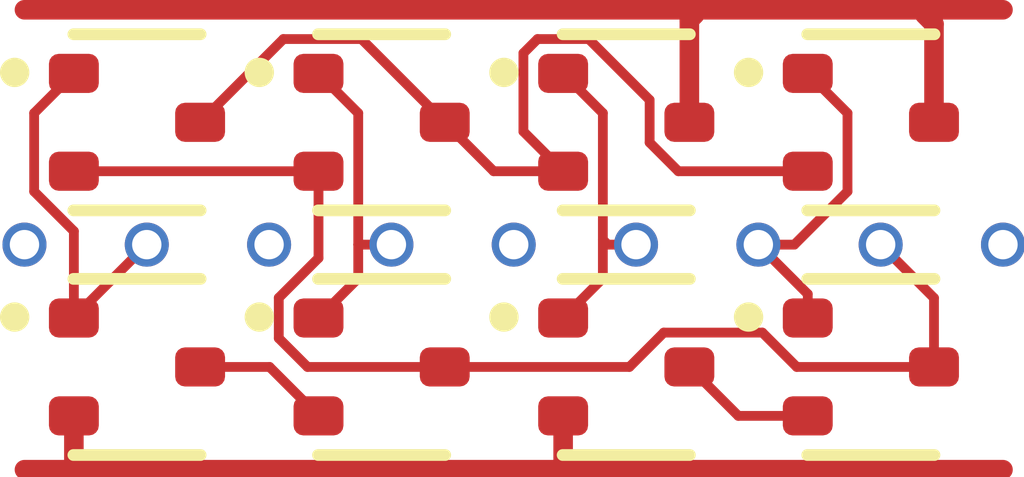
<source format=kicad_pcb>
(kicad_pcb (version 20241229) (generator "pcbnew") (generator_version "9.0")
  (layers (0 "F.Cu" signal) (2 "B.Cu" signal) (13 "F.Paste" user) (15 "B.Paste" user) (5 "F.SilkS" user "F.Silkscreen") (7 "B.SilkS" user "B.Silkscreen") (1 "F.Mask" user) (3 "B.Mask" user) (25 "Edge.Cuts" user))
  (net 0 "")
  (net 1 "Net-(N1-D)")
  (net 2 "GND")
  (net 3 "A")
  (net 4 "B")
  (net 5 "Y")
  (net 6 "C")
  (net 7 "Net-(N3-D)")
  (net 8 "D")
  (net 9 "Net-(P1-D)")
  (net 10 "VDD")
  (footprint "Package_TO_SOT_SMD:SOT-523" (layer "F.Cu") (at 1.15 1.1)
    (property "Reference" "P1" (hide yes))
    (property "Value" "Q_PJFET_GSD" (hide yes))
    (fp_line (start 0.65 -0.9) (end -0.65 -0.9) (stroke (width 0.12)) (layer "F.SilkS"))
    (fp_line (start 0.65 0.9) (end -0.65 0.9) (stroke (width 0.12)) (layer "F.SilkS"))
    (fp_circle (center -1.25 -0.51) (end -1.1 -0.51) (fill yes) (layer "F.SilkS"))
    (pad "1" smd roundrect (at -0.645 -0.5 180) (size 0.51 0.4) (layers "F.Cu" "F.Mask" "F.Paste") (net 3 "A"))
    (pad "2" smd roundrect (at -0.645 0.5 180) (size 0.51 0.4) (layers "F.Cu" "F.Mask" "F.Paste") (net 5 "Y"))
    (pad "3" smd roundrect (at 0.645 0 180) (size 0.51 0.4) (layers "F.Cu" "F.Mask" "F.Paste") (net 9 "Net-(P1-D)"))
  )
  (footprint "Package_TO_SOT_SMD:SOT-523" (layer "F.Cu") (at 3.65 3.6)
    (property "Reference" "N2" (hide yes))
    (property "Value" "Q_NJFET_GSD" (hide yes))
    (fp_line (start 0.65 -0.9) (end -0.65 -0.9) (stroke (width 0.12)) (layer "F.SilkS"))
    (fp_line (start 0.65 0.9) (end -0.65 0.9) (stroke (width 0.12)) (layer "F.SilkS"))
    (fp_circle (center -1.25 -0.51) (end -1.1 -0.51) (fill yes) (layer "F.SilkS"))
    (pad "1" smd roundrect (at -0.645 -0.5 180) (size 0.51 0.4) (layers "F.Cu" "F.Mask" "F.Paste") (net 4 "B"))
    (pad "2" smd roundrect (at -0.645 0.5 180) (size 0.51 0.4) (layers "F.Cu" "F.Mask" "F.Paste") (net 1 "Net-(N1-D)"))
    (pad "3" smd roundrect (at 0.645 0 180) (size 0.51 0.4) (layers "F.Cu" "F.Mask" "F.Paste") (net 5 "Y"))
  )
  (footprint "Package_TO_SOT_SMD:SOT-523" (layer "F.Cu") (at 8.65 3.6)
    (property "Reference" "N4" (hide yes))
    (property "Value" "Q_NJFET_GSD" (hide yes))
    (fp_line (start 0.65 -0.9) (end -0.65 -0.9) (stroke (width 0.12)) (layer "F.SilkS"))
    (fp_line (start 0.65 0.9) (end -0.65 0.9) (stroke (width 0.12)) (layer "F.SilkS"))
    (fp_circle (center -1.25 -0.51) (end -1.1 -0.51) (fill yes) (layer "F.SilkS"))
    (pad "1" smd roundrect (at -0.645 -0.5 180) (size 0.51 0.4) (layers "F.Cu" "F.Mask" "F.Paste") (net 8 "D"))
    (pad "2" smd roundrect (at -0.645 0.5 180) (size 0.51 0.4) (layers "F.Cu" "F.Mask" "F.Paste") (net 7 "Net-(N3-D)"))
    (pad "3" smd roundrect (at 0.645 0 180) (size 0.51 0.4) (layers "F.Cu" "F.Mask" "F.Paste") (net 5 "Y"))
  )
  (footprint "Package_TO_SOT_SMD:SOT-523" (layer "F.Cu") (at 6.15 1.1)
    (property "Reference" "P3" (hide yes))
    (property "Value" "Q_PJFET_GSD" (hide yes))
    (fp_line (start 0.65 -0.9) (end -0.65 -0.9) (stroke (width 0.12)) (layer "F.SilkS"))
    (fp_line (start 0.65 0.9) (end -0.65 0.9) (stroke (width 0.12)) (layer "F.SilkS"))
    (fp_circle (center -1.25 -0.51) (end -1.1 -0.51) (fill yes) (layer "F.SilkS"))
    (pad "1" smd roundrect (at -0.645 -0.5 180) (size 0.51 0.4) (layers "F.Cu" "F.Mask" "F.Paste") (net 6 "C"))
    (pad "2" smd roundrect (at -0.645 0.5 180) (size 0.51 0.4) (layers "F.Cu" "F.Mask" "F.Paste") (net 9 "Net-(P1-D)"))
    (pad "3" smd roundrect (at 0.645 0 180) (size 0.51 0.4) (layers "F.Cu" "F.Mask" "F.Paste") (net 10 "VDD"))
  )
  (footprint "Package_TO_SOT_SMD:SOT-523" (layer "F.Cu") (at 3.65 1.1)
    (property "Reference" "P2" (hide yes))
    (property "Value" "Q_PJFET_GSD" (hide yes))
    (fp_line (start 0.65 -0.9) (end -0.65 -0.9) (stroke (width 0.12)) (layer "F.SilkS"))
    (fp_line (start 0.65 0.9) (end -0.65 0.9) (stroke (width 0.12)) (layer "F.SilkS"))
    (fp_circle (center -1.25 -0.51) (end -1.1 -0.51) (fill yes) (layer "F.SilkS"))
    (pad "1" smd roundrect (at -0.645 -0.5 180) (size 0.51 0.4) (layers "F.Cu" "F.Mask" "F.Paste") (net 4 "B"))
    (pad "2" smd roundrect (at -0.645 0.5 180) (size 0.51 0.4) (layers "F.Cu" "F.Mask" "F.Paste") (net 5 "Y"))
    (pad "3" smd roundrect (at 0.645 0 180) (size 0.51 0.4) (layers "F.Cu" "F.Mask" "F.Paste") (net 9 "Net-(P1-D)"))
  )
  (footprint "Package_TO_SOT_SMD:SOT-523" (layer "F.Cu") (at 8.65 1.1)
    (property "Reference" "P4" (hide yes))
    (property "Value" "Q_PJFET_GSD" (hide yes))
    (fp_line (start 0.65 -0.9) (end -0.65 -0.9) (stroke (width 0.12)) (layer "F.SilkS"))
    (fp_line (start 0.65 0.9) (end -0.65 0.9) (stroke (width 0.12)) (layer "F.SilkS"))
    (fp_circle (center -1.25 -0.51) (end -1.1 -0.51) (fill yes) (layer "F.SilkS"))
    (pad "1" smd roundrect (at -0.645 -0.5 180) (size 0.51 0.4) (layers "F.Cu" "F.Mask" "F.Paste") (net 8 "D"))
    (pad "2" smd roundrect (at -0.645 0.5 180) (size 0.51 0.4) (layers "F.Cu" "F.Mask" "F.Paste") (net 9 "Net-(P1-D)"))
    (pad "3" smd roundrect (at 0.645 0 180) (size 0.51 0.4) (layers "F.Cu" "F.Mask" "F.Paste") (net 10 "VDD"))
  )
  (footprint "Package_TO_SOT_SMD:SOT-523" (layer "F.Cu") (at 1.15 3.6)
    (property "Reference" "N1" (hide yes))
    (property "Value" "Q_NJFET_GSD" (hide yes))
    (fp_line (start 0.65 -0.9) (end -0.65 -0.9) (stroke (width 0.12)) (layer "F.SilkS"))
    (fp_line (start 0.65 0.9) (end -0.65 0.9) (stroke (width 0.12)) (layer "F.SilkS"))
    (fp_circle (center -1.25 -0.51) (end -1.1 -0.51) (fill yes) (layer "F.SilkS"))
    (pad "1" smd roundrect (at -0.645 -0.5 180) (size 0.51 0.4) (layers "F.Cu" "F.Mask" "F.Paste") (net 3 "A"))
    (pad "2" smd roundrect (at -0.645 0.5 180) (size 0.51 0.4) (layers "F.Cu" "F.Mask" "F.Paste") (net 2 "GND"))
    (pad "3" smd roundrect (at 0.645 0 180) (size 0.51 0.4) (layers "F.Cu" "F.Mask" "F.Paste") (net 1 "Net-(N1-D)"))
  )
  (footprint "Package_TO_SOT_SMD:SOT-523" (layer "F.Cu") (at 6.15 3.6)
    (property "Reference" "N3" (hide yes))
    (property "Value" "Q_NJFET_GSD" (hide yes))
    (fp_line (start 0.65 -0.9) (end -0.65 -0.9) (stroke (width 0.12)) (layer "F.SilkS"))
    (fp_line (start 0.65 0.9) (end -0.65 0.9) (stroke (width 0.12)) (layer "F.SilkS"))
    (fp_circle (center -1.25 -0.51) (end -1.1 -0.51) (fill yes) (layer "F.SilkS"))
    (pad "1" smd roundrect (at -0.645 -0.5 180) (size 0.51 0.4) (layers "F.Cu" "F.Mask" "F.Paste") (net 6 "C"))
    (pad "2" smd roundrect (at -0.645 0.5 180) (size 0.51 0.4) (layers "F.Cu" "F.Mask" "F.Paste") (net 2 "GND"))
    (pad "3" smd roundrect (at 0.645 0 180) (size 0.51 0.4) (layers "F.Cu" "F.Mask" "F.Paste") (net 7 "Net-(N3-D)"))
  )
  (via (at 10 2.35) (size 0.45) (drill 0.3) (layers "F.Cu" "B.Cu") (net 0))
  (via (at 5 2.35) (size 0.45) (drill 0.3) (layers "F.Cu" "B.Cu") (net 0))
  (via (at 0 2.35) (size 0.45) (drill 0.3) (layers "F.Cu" "B.Cu") (net 0))
  (via (at 2.5 2.35) (size 0.45) (drill 0.3) (layers "F.Cu" "B.Cu") (net 0))
  (segment (start 2.505 3.6) (end 3.005 4.1) (width 0.1) (layer "F.Cu") (net 1))
  (segment (start 1.795 3.6) (end 2.505 3.6) (width 0.1) (layer "F.Cu") (net 1))
  (segment (start 5.505 4.1) (end 5.505 4.645) (width 0.2) (layer "F.Cu") (net 2))
  (segment (start 5.5 4.65) (end 10 4.65) (width 0.2) (layer "F.Cu") (net 2))
  (segment (start 0.5 4.65) (end 5.5 4.65) (width 0.2) (layer "F.Cu") (net 2))
  (segment (start 0 4.65) (end 0.5 4.65) (width 0.2) (layer "F.Cu") (net 2))
  (segment (start 5.505 4.645) (end 5.5 4.65) (width 0.2) (layer "F.Cu") (net 2))
  (segment (start 0.505 4.1) (end 0.505 4.645) (width 0.2) (layer "F.Cu") (net 2))
  (segment (start 0.505 4.645) (end 0.5 4.65) (width 0.2) (layer "F.Cu") (net 2))
  (segment (start 0.099 1.806738) (end 0.505 2.212738) (width 0.1) (layer "F.Cu") (net 3))
  (segment (start 0.505 3.1) (end 0.505 3.095) (width 0.1) (layer "F.Cu") (net 3))
  (segment (start 0.099 1.006) (end 0.099 1.806738) (width 0.1) (layer "F.Cu") (net 3))
  (segment (start 0.505 3.095) (end 1.25 2.35) (width 0.1) (layer "F.Cu") (net 3))
  (segment (start 0.505 2.212738) (end 0.505 3.1) (width 0.1) (layer "F.Cu") (net 3))
  (segment (start 0.505 0.6) (end 0.099 1.006) (width 0.1) (layer "F.Cu") (net 3))
  (via (at 1.25 2.35) (size 0.45) (drill 0.3) (layers "F.Cu" "B.Cu") (net 3))
  (segment (start 3.75 2.35) (end 3.411 2.35) (width 0.1) (layer "F.Cu") (net 4))
  (segment (start 3.411 2.694) (end 3.005 3.1) (width 0.1) (layer "F.Cu") (net 4))
  (segment (start 3.005 0.6) (end 3.411 1.006) (width 0.1) (layer "F.Cu") (net 4))
  (segment (start 3.411 1.006) (end 3.411 2.35) (width 0.1) (layer "F.Cu") (net 4))
  (segment (start 3.411 2.35) (end 3.411 2.694) (width 0.1) (layer "F.Cu") (net 4))
  (via (at 3.75 2.35) (size 0.45) (drill 0.3) (layers "F.Cu" "B.Cu") (net 4))
  (segment (start 9.295 3.6) (end 9.295 2.895) (width 0.1) (layer "F.Cu") (net 5))
  (segment (start 2.599 2.893262) (end 2.599 3.306738) (width 0.1) (layer "F.Cu") (net 5))
  (segment (start 9.295 2.895) (end 8.75 2.35) (width 0.1) (layer "F.Cu") (net 5))
  (segment (start 7.541262 3.249) (end 7.892262 3.6) (width 0.1) (layer "F.Cu") (net 5))
  (segment (start 0.505 1.6) (end 3.005 1.6) (width 0.1) (layer "F.Cu") (net 5))
  (segment (start 6.533262 3.249) (end 7.541262 3.249) (width 0.1) (layer "F.Cu") (net 5))
  (segment (start 6.182262 3.6) (end 6.533262 3.249) (width 0.1) (layer "F.Cu") (net 5))
  (segment (start 4.295 3.6) (end 6.182262 3.6) (width 0.1) (layer "F.Cu") (net 5))
  (segment (start 3.005 1.6) (end 3.005 2.487262) (width 0.1) (layer "F.Cu") (net 5))
  (segment (start 2.892262 3.6) (end 4.295 3.6) (width 0.1) (layer "F.Cu") (net 5))
  (segment (start 7.892262 3.6) (end 9.295 3.6) (width 0.1) (layer "F.Cu") (net 5))
  (segment (start 2.599 3.306738) (end 2.892262 3.6) (width 0.1) (layer "F.Cu") (net 5))
  (segment (start 3.005 2.487262) (end 2.599 2.893262) (width 0.1) (layer "F.Cu") (net 5))
  (via (at 8.75 2.35) (size 0.45) (drill 0.3) (layers "F.Cu" "B.Cu") (net 5))
  (segment (start 5.961 2.35) (end 6.25 2.35) (width 0.1) (layer "F.Cu") (net 6))
  (segment (start 5.505 0.6) (end 5.911 1.006) (width 0.1) (layer "F.Cu") (net 6))
  (segment (start 5.911 2.694) (end 5.505 3.1) (width 0.1) (layer "F.Cu") (net 6))
  (segment (start 5.911 2.3) (end 5.911 2.694) (width 0.1) (layer "F.Cu") (net 6))
  (segment (start 5.911 1.006) (end 5.911 2.3) (width 0.1) (layer "F.Cu") (net 6))
  (segment (start 5.911 2.3) (end 5.961 2.35) (width 0.1) (layer "F.Cu") (net 6))
  (via (at 6.25 2.35) (size 0.45) (drill 0.3) (layers "F.Cu" "B.Cu") (net 6))
  (segment (start 7.295 4.1) (end 6.795 3.6) (width 0.1) (layer "F.Cu") (net 7))
  (segment (start 8.005 4.1) (end 7.295 4.1) (width 0.1) (layer "F.Cu") (net 7))
  (segment (start 8.005 0.6) (end 8.411 1.006) (width 0.1) (layer "F.Cu") (net 8))
  (segment (start 8.411 1.806738) (end 7.867738 2.35) (width 0.1) (layer "F.Cu") (net 8))
  (segment (start 7.867738 2.35) (end 7.5 2.35) (width 0.1) (layer "F.Cu") (net 8))
  (segment (start 8.411 1.006) (end 8.411 1.806738) (width 0.1) (layer "F.Cu") (net 8))
  (segment (start 8.005 2.855) (end 7.5 2.35) (width 0.1) (layer "F.Cu") (net 8))
  (segment (start 8.005 3.1) (end 8.005 2.855) (width 0.1) (layer "F.Cu") (net 8))
  (segment (start 7.5 2.35) (end 7.45 2.3) (width 0.1) (layer "F.Cu") (net 8))
  (via (at 7.5 2.35) (size 0.45) (drill 0.3) (layers "F.Cu" "B.Cu") (net 8))
  (segment (start 2.646 0.249) (end 1.795 1.1) (width 0.1) (layer "F.Cu") (net 9))
  (segment (start 5.505 1.6) (end 5.099 1.194) (width 0.1) (layer "F.Cu") (net 9))
  (segment (start 4.795 1.6) (end 4.295 1.1) (width 0.1) (layer "F.Cu") (net 9))
  (segment (start 5.766738 0.249) (end 6.389 0.871262) (width 0.1) (layer "F.Cu") (net 9))
  (segment (start 5.243262 0.249) (end 5.766738 0.249) (width 0.1) (layer "F.Cu") (net 9))
  (segment (start 5.099 1.194) (end 5.099 0.393262) (width 0.1) (layer "F.Cu") (net 9))
  (segment (start 4.295 1.1) (end 3.444 0.249) (width 0.1) (layer "F.Cu") (net 9))
  (segment (start 6.682262 1.6) (end 8.005 1.6) (width 0.1) (layer "F.Cu") (net 9))
  (segment (start 3.444 0.249) (end 2.646 0.249) (width 0.1) (layer "F.Cu") (net 9))
  (segment (start 6.389 0.871262) (end 6.389 1.306738) (width 0.1) (layer "F.Cu") (net 9))
  (segment (start 5.505 1.6) (end 4.795 1.6) (width 0.1) (layer "F.Cu") (net 9))
  (segment (start 6.389 1.306738) (end 6.682262 1.6) (width 0.1) (layer "F.Cu") (net 9))
  (segment (start 5.099 0.393262) (end 5.243262 0.249) (width 0.1) (layer "F.Cu") (net 9))
  (segment (start 9.2 -0.05) (end 10 -0.05) (width 0.2) (layer "F.Cu") (net 10))
  (segment (start 6.795 1.1) (end 6.795 0.055) (width 0.2) (layer "F.Cu") (net 10))
  (segment (start 9.295 0.095) (end 9.2 0) (width 0.2) (layer "F.Cu") (net 10))
  (segment (start 0 -0.05) (end 6.85 -0.05) (width 0.2) (layer "F.Cu") (net 10))
  (segment (start 6.85 -0.05) (end 9.2 -0.05) (width 0.2) (layer "F.Cu") (net 10))
  (segment (start 9.295 1.1) (end 9.295 0.095) (width 0.2) (layer "F.Cu") (net 10))
  (segment (start 6.795 0.055) (end 6.85 0) (width 0.2) (layer "F.Cu") (net 10))
)
</source>
